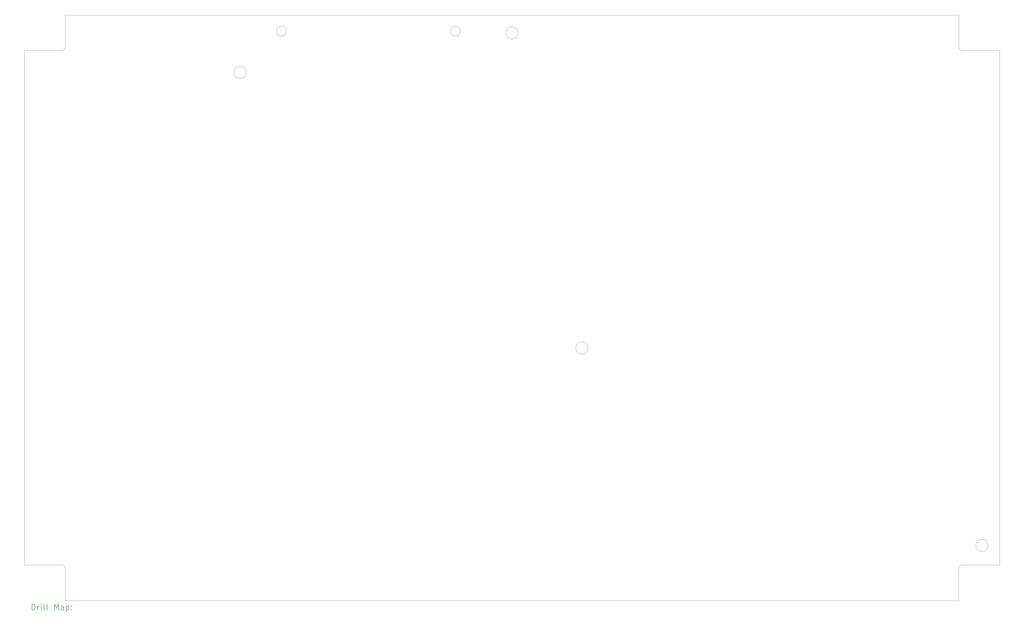
<source format=gbr>
%TF.GenerationSoftware,KiCad,Pcbnew,7.0.7*%
%TF.CreationDate,2023-11-21T20:32:29+00:00*%
%TF.ProjectId,lynx96,6c796e78-3936-42e6-9b69-6361645f7063,rev?*%
%TF.SameCoordinates,Original*%
%TF.FileFunction,Drillmap*%
%TF.FilePolarity,Positive*%
%FSLAX45Y45*%
G04 Gerber Fmt 4.5, Leading zero omitted, Abs format (unit mm)*
G04 Created by KiCad (PCBNEW 7.0.7) date 2023-11-21 20:32:29*
%MOMM*%
%LPD*%
G01*
G04 APERTURE LIST*
%ADD10C,0.100000*%
%ADD11C,0.200000*%
G04 APERTURE END LIST*
D10*
X4000000Y-22300000D02*
X5296723Y-22300000D01*
X5296470Y-4450000D02*
X4000000Y-4450000D01*
X36360000Y-23540000D02*
X36360000Y-22412139D01*
X36361000Y-3230000D02*
X5410000Y-3230000D01*
X11681000Y-5225000D02*
G75*
G03*
X11681000Y-5225000I-213546J0D01*
G01*
X5410252Y-23540000D02*
X36360000Y-23540000D01*
X4000000Y-4450000D02*
X4000000Y-22300000D01*
X5296470Y-4450000D02*
G75*
G03*
X5410000Y-4336470I0J113530D01*
G01*
X36473530Y-22298609D02*
X37780000Y-22298609D01*
X19096120Y-3790000D02*
G75*
G03*
X19096120Y-3790000I-171120J0D01*
G01*
X37383546Y-21622000D02*
G75*
G03*
X37383546Y-21622000I-213546J0D01*
G01*
X36473530Y-22298610D02*
G75*
G03*
X36360000Y-22412139I0J-113530D01*
G01*
X5410000Y-3230000D02*
X5410000Y-4336470D01*
X5410250Y-22413530D02*
G75*
G03*
X5296723Y-22300000I-113530J0D01*
G01*
X21099000Y-3850000D02*
G75*
G03*
X21099000Y-3850000I-213546J0D01*
G01*
X13075120Y-3790000D02*
G75*
G03*
X13075120Y-3790000I-171120J0D01*
G01*
X23523546Y-14780000D02*
G75*
G03*
X23523546Y-14780000I-213546J0D01*
G01*
X5410252Y-22413000D02*
X5410252Y-23540000D01*
X36361000Y-4336470D02*
X36361000Y-3230000D01*
X37780000Y-4450000D02*
X36474530Y-4450000D01*
X36361000Y-4336470D02*
G75*
G03*
X36474530Y-4450000I113530J0D01*
G01*
X37780000Y-22298609D02*
X37780000Y-4450000D01*
D11*
X4255777Y-23856484D02*
X4255777Y-23656484D01*
X4255777Y-23656484D02*
X4303396Y-23656484D01*
X4303396Y-23656484D02*
X4331967Y-23666008D01*
X4331967Y-23666008D02*
X4351015Y-23685055D01*
X4351015Y-23685055D02*
X4360539Y-23704103D01*
X4360539Y-23704103D02*
X4370063Y-23742198D01*
X4370063Y-23742198D02*
X4370063Y-23770769D01*
X4370063Y-23770769D02*
X4360539Y-23808865D01*
X4360539Y-23808865D02*
X4351015Y-23827912D01*
X4351015Y-23827912D02*
X4331967Y-23846960D01*
X4331967Y-23846960D02*
X4303396Y-23856484D01*
X4303396Y-23856484D02*
X4255777Y-23856484D01*
X4455777Y-23856484D02*
X4455777Y-23723150D01*
X4455777Y-23761246D02*
X4465301Y-23742198D01*
X4465301Y-23742198D02*
X4474824Y-23732674D01*
X4474824Y-23732674D02*
X4493872Y-23723150D01*
X4493872Y-23723150D02*
X4512920Y-23723150D01*
X4579586Y-23856484D02*
X4579586Y-23723150D01*
X4579586Y-23656484D02*
X4570063Y-23666008D01*
X4570063Y-23666008D02*
X4579586Y-23675531D01*
X4579586Y-23675531D02*
X4589110Y-23666008D01*
X4589110Y-23666008D02*
X4579586Y-23656484D01*
X4579586Y-23656484D02*
X4579586Y-23675531D01*
X4703396Y-23856484D02*
X4684348Y-23846960D01*
X4684348Y-23846960D02*
X4674824Y-23827912D01*
X4674824Y-23827912D02*
X4674824Y-23656484D01*
X4808158Y-23856484D02*
X4789110Y-23846960D01*
X4789110Y-23846960D02*
X4779586Y-23827912D01*
X4779586Y-23827912D02*
X4779586Y-23656484D01*
X5036729Y-23856484D02*
X5036729Y-23656484D01*
X5036729Y-23656484D02*
X5103396Y-23799341D01*
X5103396Y-23799341D02*
X5170063Y-23656484D01*
X5170063Y-23656484D02*
X5170063Y-23856484D01*
X5351015Y-23856484D02*
X5351015Y-23751722D01*
X5351015Y-23751722D02*
X5341491Y-23732674D01*
X5341491Y-23732674D02*
X5322444Y-23723150D01*
X5322444Y-23723150D02*
X5284348Y-23723150D01*
X5284348Y-23723150D02*
X5265301Y-23732674D01*
X5351015Y-23846960D02*
X5331967Y-23856484D01*
X5331967Y-23856484D02*
X5284348Y-23856484D01*
X5284348Y-23856484D02*
X5265301Y-23846960D01*
X5265301Y-23846960D02*
X5255777Y-23827912D01*
X5255777Y-23827912D02*
X5255777Y-23808865D01*
X5255777Y-23808865D02*
X5265301Y-23789817D01*
X5265301Y-23789817D02*
X5284348Y-23780293D01*
X5284348Y-23780293D02*
X5331967Y-23780293D01*
X5331967Y-23780293D02*
X5351015Y-23770769D01*
X5446253Y-23723150D02*
X5446253Y-23923150D01*
X5446253Y-23732674D02*
X5465301Y-23723150D01*
X5465301Y-23723150D02*
X5503396Y-23723150D01*
X5503396Y-23723150D02*
X5522444Y-23732674D01*
X5522444Y-23732674D02*
X5531967Y-23742198D01*
X5531967Y-23742198D02*
X5541491Y-23761246D01*
X5541491Y-23761246D02*
X5541491Y-23818388D01*
X5541491Y-23818388D02*
X5531967Y-23837436D01*
X5531967Y-23837436D02*
X5522444Y-23846960D01*
X5522444Y-23846960D02*
X5503396Y-23856484D01*
X5503396Y-23856484D02*
X5465301Y-23856484D01*
X5465301Y-23856484D02*
X5446253Y-23846960D01*
X5627205Y-23837436D02*
X5636729Y-23846960D01*
X5636729Y-23846960D02*
X5627205Y-23856484D01*
X5627205Y-23856484D02*
X5617682Y-23846960D01*
X5617682Y-23846960D02*
X5627205Y-23837436D01*
X5627205Y-23837436D02*
X5627205Y-23856484D01*
X5627205Y-23732674D02*
X5636729Y-23742198D01*
X5636729Y-23742198D02*
X5627205Y-23751722D01*
X5627205Y-23751722D02*
X5617682Y-23742198D01*
X5617682Y-23742198D02*
X5627205Y-23732674D01*
X5627205Y-23732674D02*
X5627205Y-23751722D01*
M02*

</source>
